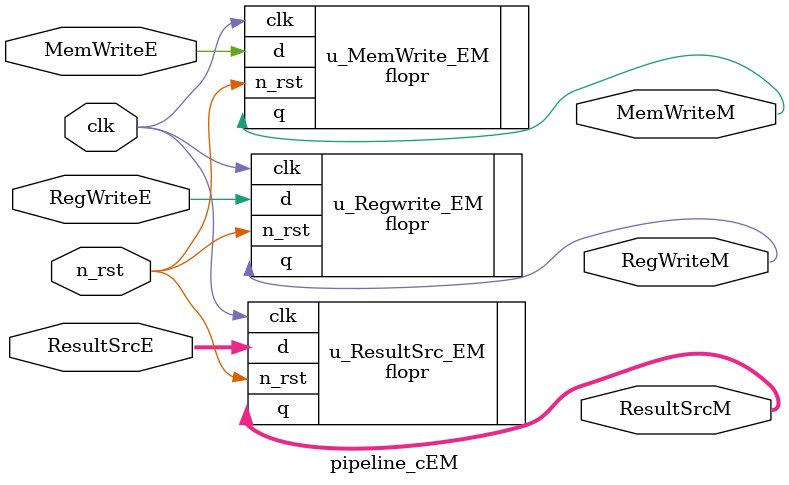
<source format=v>
module pipeline_cEM(
    // input
    clk,
    n_rst,
    RegWriteE, // 1bit
    ResultSrcE, // 2bit
    MemWriteE, // 1bit
    // output
    RegWriteM, // 1bit
    ResultSrcM, // 2bit
    MemWriteM // 1bit
);

parameter   RESET_PC = 32'h1000_0000;

input clk, n_rst;
input RegWriteE, MemWriteE;
input [1:0] ResultSrcE;

output RegWriteM, MemWriteM;
output [1:0] ResultSrcM;

flopr # (
        .RESET_VALUE (0),
        .WIDTH(1)
) u_Regwrite_EM(
        .clk(clk),
        .n_rst(n_rst),
        // .clr(1'b0),
        .d(RegWriteE),
        .q(RegWriteM)
    );

flopr # (
        .RESET_VALUE (0),
        .WIDTH(2)
) u_ResultSrc_EM(
        .clk(clk),
        .n_rst(n_rst),
        // .clr(1'b0),
        .d(ResultSrcE),
        .q(ResultSrcM)
    );

flopr # (
        .RESET_VALUE (0),
        .WIDTH(1)
) u_MemWrite_EM(
        .clk(clk),
        .n_rst(n_rst),
        // .clr(1'b0),
        .d(MemWriteE),
        .q(MemWriteM)
    );

endmodule
</source>
